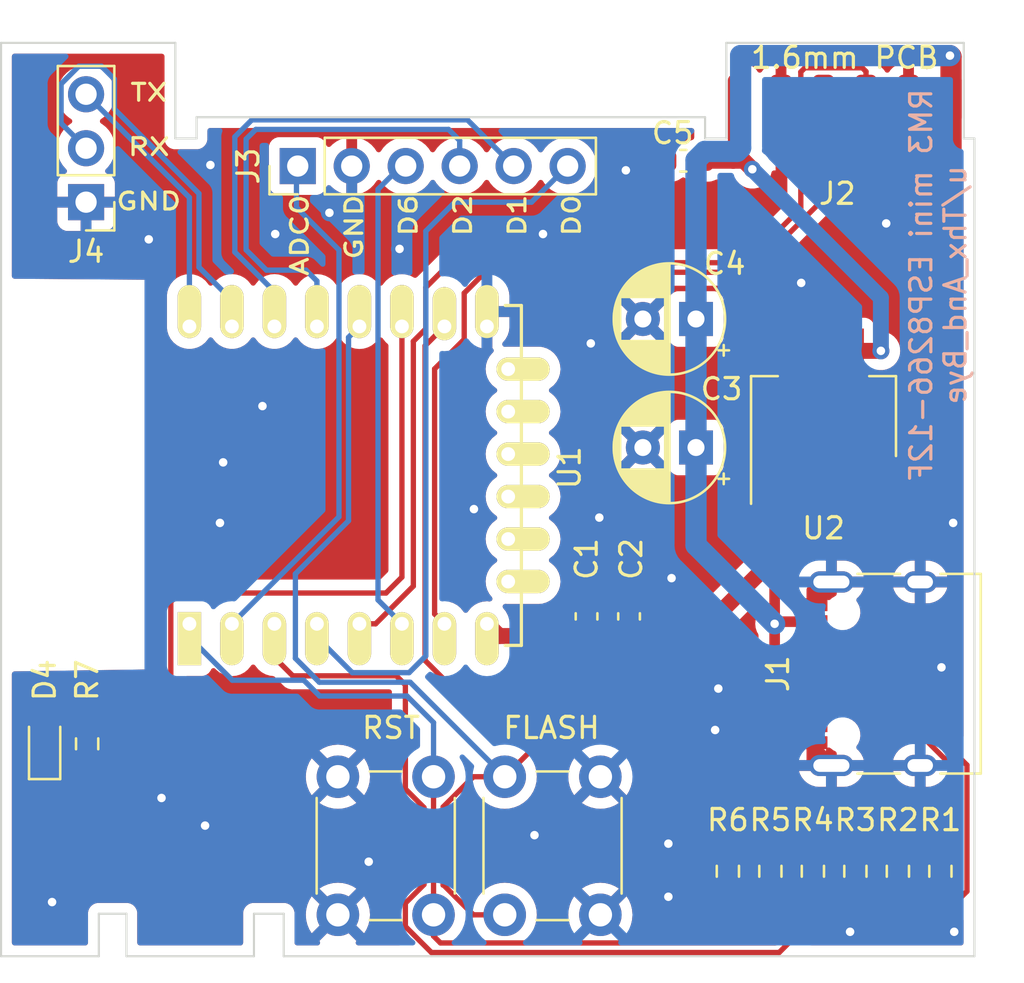
<source format=kicad_pcb>
(kicad_pcb (version 20211014) (generator pcbnew)
  (layers (0 "F.Cu" signal) (31 "B.Cu" signal) (34 "B.Paste" user) (35 "F.Paste" user) (36 "B.SilkS" user "B.Silkscreen") (37 "F.SilkS" user "F.Silkscreen") (38 "B.Mask" user) (39 "F.Mask" user) (44 "Edge.Cuts" user))
  (net 0 "")
  (net 7 "/5V")
  (net 8 "Net-(J1-PadA5)")
  (net 12 "Net-(J1-PadB5)")
  (net 16 "GND")
  (net 17 "/3.3V")
  (net 18 "/IR_IN")
  (net 19 "/IR_OUT")
  (net 20 "Net-(U1-Pad1)")
  (net 21 "Net-(U1-Pad3)")
  (net 22 "Net-(U1-Pad10)")
  (net 23 "Net-(U1-Pad12)")
  (net 24 "/ADC0")
  (net 25 "/D6")
  (net 26 "/D2")
  (net 27 "/D1")
  (net 28 "/D0")
  (net 29 "/RX")
  (net 30 "/TX")
  (net 31 "/LED")
  (net 32 "Net-(D4-Pad2)")
  (footprint "Resistor_SMD:R_0603_1608Metric_Pad0.98x0.95mm_HandSolder" (layer "F.Cu") (at 84 106 90)
    (fp_text reference "R3" (at 2.4125 0 180) (layer "F.SilkS"))
    (fp_text value "10k")
    (pad "1" smd roundrect (at -0.9125 0 90) (size 0.975 0.95) (layers "F.Cu" "F.Paste" "F.Mask") (net 20 "Net-(U1-Pad1)"))
    (pad "2" smd roundrect (at 0.9125 0 90) (size 0.975 0.95) (layers "F.Cu" "F.Paste" "F.Mask") (net 17 "/3.3V"))
  )
  (footprint "LED_SMD:LED_0603_1608Metric_Pad1.05x0.95mm_HandSolder" (layer "F.Cu") (at 45.85 100 90)
    (fp_text reference "D4" (at 3 0 90) (layer "F.SilkS"))
    (fp_text value "LED")
    (pad "1" smd roundrect (at -0.875 0 90) (size 1.05 0.95) (layers "F.Cu" "F.Paste" "F.Mask") (net 16 "GND"))
    (pad "2" smd roundrect (at 0.875 0 90) (size 1.05 0.95) (layers "F.Cu" "F.Paste" "F.Mask") (net 32 "Net-(D4-Pad2)"))
  )
  (footprint "Connector_Wire:SolderWirePad_1x01_SMD_1x2mm" (layer "F.Cu") (at 78.5 70.5)
    (fp_text reference "J2" (at 4.65 3.6) (layer "F.SilkS"))
    (fp_text value "Conn_01x06_Male")
    (pad "1" smd roundrect locked (at 10 0) (size 1 4) (layers "F.Cu" "F.Paste" "F.Mask") (net 7 "/5V"))
    (pad "2" smd roundrect (at 8 0) (size 1 4) (layers "F.Cu" "F.Paste" "F.Mask") (net 16 "GND"))
    (pad "3" smd roundrect (at 6 0) (size 1 4) (layers "F.Cu" "F.Paste" "F.Mask") (net 18 "/IR_IN"))
    (pad "4" smd roundrect (at 4 0) (size 1 4) (layers "F.Cu" "F.Paste" "F.Mask") (net 19 "/IR_OUT"))
    (pad "5" smd roundrect (at 2 0) (size 1 4) (layers "F.Cu" "F.Paste" "F.Mask") (net 16 "GND"))
    (pad "6" smd roundrect (at 0 0) (size 1 4) (layers "F.Cu" "F.Paste" "F.Mask") (net 17 "/3.3V"))
  )
  (footprint "Button_Switch_THT:SW_PUSH_6mm_H8mm" (layer "F.Cu") (at 59.65 108.05 90)
    (fp_text reference "RST" (at 8.8 2.5) (layer "F.SilkS"))
    (fp_text value "SW_Push")
    (pad "1" thru_hole circle (at 0 0 180) (size 2 2) (drill 1.1) (layers *.Cu *.Mask) (net 16 "GND"))
    (pad "1" thru_hole circle (at 6.5 0 180) (size 2 2) (drill 1.1) (layers *.Cu *.Mask) (net 16 "GND"))
    (pad "2" thru_hole circle (at 0 4.5 180) (size 2 2) (drill 1.1) (layers *.Cu *.Mask) (net 20 "Net-(U1-Pad1)"))
    (pad "2" thru_hole circle (at 6.5 4.5 180) (size 2 2) (drill 1.1) (layers *.Cu *.Mask) (net 20 "Net-(U1-Pad1)"))
  )
  (footprint "ESP8266:ESP-12E" (layer "F.Cu") (at 52.6625 94.35 90)
    (fp_text reference "U1" (at 7.35 17.8875 90) (layer "F.SilkS"))
    (fp_text value "ESP-12F" hide)
    (pad "1" thru_hole rect locked (at 0 0 90) (size 2.5 1.1) (drill 0.65 (offset -0.7 0)) (layers *.Cu *.Mask "F.SilkS") (net 20 "Net-(U1-Pad1)"))
    (pad "2" thru_hole oval locked (at 0 2 90) (size 2.5 1.1) (drill 0.65 (offset -0.7 0)) (layers *.Cu *.Mask "F.SilkS") (net 24 "/ADC0"))
    (pad "3" thru_hole oval locked (at 0 4 90) (size 2.5 1.1) (drill 0.65 (offset -0.7 0)) (layers *.Cu *.Mask "F.SilkS") (net 21 "Net-(U1-Pad3)"))
    (pad "4" thru_hole oval locked (at 0 6 90) (size 2.5 1.1) (drill 0.65 (offset -0.7 0)) (layers *.Cu *.Mask "F.SilkS") (net 28 "/D0"))
    (pad "5" thru_hole oval locked (at 0 8 90) (size 2.5 1.1) (drill 0.65 (offset -0.7 0)) (layers *.Cu *.Mask "F.SilkS") (net 18 "/IR_IN"))
    (pad "6" thru_hole oval locked (at 0 10 90) (size 2.5 1.1) (drill 0.65 (offset -0.7 0)) (layers *.Cu *.Mask "F.SilkS") (net 25 "/D6"))
    (pad "7" thru_hole oval locked (at 0 12 90) (size 2.5 1.1) (drill 0.65 (offset -0.7 0)) (layers *.Cu *.Mask "F.SilkS") (net 19 "/IR_OUT"))
    (pad "8" thru_hole oval locked (at 0 14 90) (size 2.5 1.1) (drill 0.65 (offset -0.7 0)) (layers *.Cu *.Mask "F.SilkS") (net 17 "/3.3V"))
    (pad "9" thru_hole oval (at 14 14 90) (size 2.5 1.1) (drill 0.65 (offset 0.7 0)) (layers *.Cu *.Mask "F.SilkS") (net 16 "GND"))
    (pad "10" thru_hole oval locked (at 14 12 90) (size 2.5 1.1) (drill 0.65 (offset 0.6 0)) (layers *.Cu *.Mask "F.SilkS") (net 22 "Net-(U1-Pad10)"))
    (pad "11" thru_hole oval locked (at 14 10 90) (size 2.5 1.1) (drill 0.65 (offset 0.7 0)) (layers *.Cu *.Mask "F.SilkS") (net 31 "/LED"))
    (pad "12" thru_hole oval locked (at 14 8 90) (size 2.5 1.1) (drill 0.65 (offset 0.7 0)) (layers *.Cu *.Mask "F.SilkS") (net 23 "Net-(U1-Pad12)"))
    (pad "13" thru_hole oval locked (at 14 6 90) (size 2.5 1.1) (drill 0.65 (offset 0.7 0)) (layers *.Cu *.Mask "F.SilkS") (net 26 "/D2"))
    (pad "14" thru_hole oval locked (at 14 4 90) (size 2.5 1.1) (drill 0.65 (offset 0.7 0)) (layers *.Cu *.Mask "F.SilkS") (net 27 "/D1"))
    (pad "15" thru_hole oval locked (at 14 2 90) (size 2.5 1.1) (drill 0.65 (offset 0.7 0)) (layers *.Cu *.Mask "F.SilkS") (net 29 "/RX"))
    (pad "16" thru_hole oval locked (at 14 0 90) (size 2.5 1.1) (drill 0.65 (offset 0.7 0)) (layers *.Cu *.Mask "F.SilkS") (net 30 "/TX"))
    (pad "17" thru_hole oval locked (at 1.99 15 180) (size 2.5 1.1) (drill 0.65 (offset -0.7 0)) (layers *.Cu *.Mask "F.SilkS"))
    (pad "18" thru_hole oval locked (at 3.99 15 180) (size 2.5 1.1) (drill 0.65 (offset -0.7 0)) (layers *.Cu *.Mask "F.SilkS"))
    (pad "19" thru_hole oval locked (at 5.99 15 180) (size 2.5 1.1) (drill 0.65 (offset -0.7 0)) (layers *.Cu *.Mask "F.SilkS"))
    (pad "20" thru_hole oval locked (at 7.99 15 180) (size 2.5 1.1) (drill 0.65 (offset -0.7 0)) (layers *.Cu *.Mask "F.SilkS"))
    (pad "21" thru_hole oval locked (at 9.99 15 180) (size 2.5 1.1) (drill 0.65 (offset -0.7 0)) (layers *.Cu *.Mask "F.SilkS"))
    (pad "22" thru_hole oval locked (at 11.99 15 180) (size 2.5 1.1) (drill 0.65 (offset -0.7 0)) (layers *.Cu *.Mask "F.SilkS"))
  )
  (footprint "Package_TO_SOT_SMD:SOT-223-3_TabPin2" (layer "F.Cu") (at 82.5 84.6 90)
    (fp_text reference "U2" (at -5.25 0 180) (layer "F.SilkS"))
    (fp_text value "AMS1117-3.3")
    (pad "1" smd rect (at -3.15 -2.3 90) (size 2 1.5) (layers "F.Cu" "F.Paste" "F.Mask") (net 16 "GND"))
    (pad "2" smd rect (at 3.15 0 90) (size 2 3.8) (layers "F.Cu" "F.Paste" "F.Mask") (net 17 "/3.3V"))
    (pad "2" smd rect (at -3.15 0 90) (size 2 1.5) (layers "F.Cu" "F.Paste" "F.Mask") (net 17 "/3.3V"))
    (pad "3" smd rect (at -3.15 2.3 90) (size 2 1.5) (layers "F.Cu" "F.Paste" "F.Mask") (net 7 "/5V"))
  )
  (footprint "Connector_PinHeader_2.54mm:PinHeader_1x03_P2.54mm_Vertical" (layer "F.Cu") (at 47.8 74.5 180)
    (fp_text reference "J4" (at 0 -2.33) (layer "F.SilkS"))
    (fp_text value "Conn_01x03_Male")
    (pad "1" thru_hole rect (at 0 0 180) (size 1.7 1.7) (drill 1) (layers *.Cu *.Mask) (net 16 "GND"))
    (pad "2" thru_hole oval (at 0 2.54 180) (size 1.7 1.7) (drill 1) (layers *.Cu *.Mask) (net 29 "/RX"))
    (pad "3" thru_hole oval (at 0 5.08 180) (size 1.7 1.7) (drill 1) (layers *.Cu *.Mask) (net 30 "/TX"))
  )
  (footprint "Button_Switch_THT:SW_PUSH_6mm_H8mm" (layer "F.Cu") (at 67.5 108.05 90)
    (fp_text reference "FLASH" (at 8.8 2.2) (layer "F.SilkS"))
    (fp_text value "SW_Push")
    (pad "1" thru_hole circle (at 0 0 180) (size 2 2) (drill 1.1) (layers *.Cu *.Mask) (net 23 "Net-(U1-Pad12)"))
    (pad "1" thru_hole circle (at 6.5 0 180) (size 2 2) (drill 1.1) (layers *.Cu *.Mask) (net 23 "Net-(U1-Pad12)"))
    (pad "2" thru_hole circle (at 6.5 4.5 180) (size 2 2) (drill 1.1) (layers *.Cu *.Mask) (net 16 "GND"))
    (pad "2" thru_hole circle (at 0 4.5 180) (size 2 2) (drill 1.1) (layers *.Cu *.Mask) (net 16 "GND"))
  )
  (footprint "Capacitor_THT:CP_Radial_D5.0mm_P2.50mm" (layer "F.Cu") (at 76.5 86.05 180)
    (fp_text reference "C4" (at -1.35 8.65) (layer "F.SilkS"))
    (fp_text value "47uF")
    (pad "1" thru_hole rect (at 0 0 180) (size 1.6 1.6) (drill 0.8) (layers *.Cu *.Mask) (net 7 "/5V"))
    (pad "2" thru_hole circle (at 2.5 0 180) (size 1.6 1.6) (drill 0.8) (layers *.Cu *.Mask) (net 16 "GND"))
  )
  (footprint "Resistor_SMD:R_0603_1608Metric_Pad0.98x0.95mm_HandSolder" (layer "F.Cu") (at 86 106 -90)
    (fp_text reference "R2" (at -2.4125 0 180) (layer "F.SilkS"))
    (fp_text value "5.1k")
    (pad "1" smd roundrect (at -0.9125 0 270) (size 0.975 0.95) (layers "F.Cu" "F.Paste" "F.Mask") (net 16 "GND"))
    (pad "2" smd roundrect (at 0.9125 0 270) (size 0.975 0.95) (layers "F.Cu" "F.Paste" "F.Mask") (net 12 "Net-(J1-PadB5)"))
  )
  (footprint "Capacitor_SMD:C_0603_1608Metric_Pad1.08x0.95mm_HandSolder" (layer "F.Cu") (at 71.35 94 90)
    (fp_text reference "C1" (at 2.7 0 90) (layer "F.SilkS"))
    (fp_text value "100nF")
    (pad "1" smd roundrect (at -0.8625 0 90) (size 1.075 0.95) (layers "F.Cu" "F.Paste" "F.Mask") (net 17 "/3.3V"))
    (pad "2" smd roundrect (at 0.8625 0 90) (size 1.075 0.95) (layers "F.Cu" "F.Paste" "F.Mask") (net 16 "GND"))
  )
  (footprint "Connector_PinHeader_2.54mm:PinHeader_1x06_P2.54mm_Vertical" (layer "F.Cu") (at 57.76 72.8 90)
    (fp_text reference "J3" (at 0 -2.33 90) (layer "F.SilkS"))
    (fp_text value "Conn_01x06_Male")
    (pad "1" thru_hole rect (at 0 0 90) (size 1.7 1.7) (drill 1) (layers *.Cu *.Mask) (net 24 "/ADC0"))
    (pad "2" thru_hole oval (at 0 2.54 90) (size 1.7 1.7) (drill 1) (layers *.Cu *.Mask) (net 16 "GND"))
    (pad "3" thru_hole oval (at 0 5.08 90) (size 1.7 1.7) (drill 1) (layers *.Cu *.Mask) (net 25 "/D6"))
    (pad "4" thru_hole oval (at 0 7.62 90) (size 1.7 1.7) (drill 1) (layers *.Cu *.Mask) (net 26 "/D2"))
    (pad "5" thru_hole oval (at 0 10.16 90) (size 1.7 1.7) (drill 1) (layers *.Cu *.Mask) (net 27 "/D1"))
    (pad "6" thru_hole oval (at 0 12.7 90) (size 1.7 1.7) (drill 1) (layers *.Cu *.Mask) (net 28 "/D0"))
  )
  (footprint "Resistor_SMD:R_0603_1608Metric_Pad0.98x0.95mm_HandSolder" (layer "F.Cu") (at 80 106 -90)
    (fp_text reference "R5" (at -2.4125 0) (layer "F.SilkS"))
    (fp_text value "10k")
    (pad "1" smd roundrect (at -0.9125 0 270) (size 0.975 0.95) (layers "F.Cu" "F.Paste" "F.Mask") (net 22 "Net-(U1-Pad10)"))
    (pad "2" smd roundrect (at 0.9125 0 270) (size 0.975 0.95) (layers "F.Cu" "F.Paste" "F.Mask") (net 16 "GND"))
  )
  (footprint "Connector_USB:USB_C_Receptacle_HRO_TYPE-C-31-M-12" (layer "F.Cu") (at 86 96.7 90)
    (fp_text reference "J1" (at 0 -5.645 90) (layer "F.SilkS"))
    (fp_text value "USB_C_Receptacle_USB2.0")
    (pad "" np_thru_hole circle (at 2.89 -2.6 90) (size 0.65 0.65) (drill 0.65) (layers *.Cu *.Mask))
    (pad "" np_thru_hole circle (at -2.89 -2.6 90) (size 0.65 0.65) (drill 0.65) (layers *.Cu *.Mask))
    (pad "A1" smd rect (at -3.25 -4.045 90) (size 0.6 1.45) (layers "F.Cu" "F.Paste" "F.Mask") (net 16 "GND"))
    (pad "A4" smd rect (at -2.45 -4.045 90) (size 0.6 1.45) (layers "F.Cu" "F.Paste" "F.Mask") (net 7 "/5V"))
    (pad "A5" smd rect (at -1.25 -4.045 90) (size 0.3 1.45) (layers "F.Cu" "F.Paste" "F.Mask") (net 8 "Net-(J1-PadA5)"))
    (pad "A6" smd rect (at -0.25 -4.045 90) (size 0.3 1.45) (layers "F.Cu" "F.Paste" "F.Mask"))
    (pad "A7" smd rect (at 0.25 -4.045 90) (size 0.3 1.45) (layers "F.Cu" "F.Paste" "F.Mask"))
    (pad "A8" smd rect (at 1.25 -4.045 90) (size 0.3 1.45) (layers "F.Cu" "F.Paste" "F.Mask"))
    (pad "A9" smd rect (at 2.45 -4.045 90) (size 0.6 1.45) (layers "F.Cu" "F.Paste" "F.Mask") (net 7 "/5V"))
    (pad "A12" smd rect (at 3.25 -4.045 90) (size 0.6 1.45) (layers "F.Cu" "F.Paste" "F.Mask") (net 16 "GND"))
    (pad "B1" smd rect (at 3.25 -4.045 90) (size 0.6 1.45) (layers "F.Cu" "F.Paste" "F.Mask") (net 16 "GND"))
    (pad "B4" smd rect (at 2.45 -4.045 90) (size 0.6 1.45) (layers "F.Cu" "F.Paste" "F.Mask") (net 7 "/5V"))
    (pad "B5" smd rect (at 1.75 -4.045 90) (size 0.3 1.45) (layers "F.Cu" "F.Paste" "F.Mask") (net 12 "Net-(J1-PadB5)"))
    (pad "B6" smd rect (at 0.75 -4.045 90) (size 0.3 1.45) (layers "F.Cu" "F.Paste" "F.Mask"))
    (pad "B7" smd rect (at -0.75 -4.045 90) (size 0.3 1.45) (layers "F.Cu" "F.Paste" "F.Mask"))
    (pad "B8" smd rect (at -1.75 -4.045 90) (size 0.3 1.45) (layers "F.Cu" "F.Paste" "F.Mask"))
    (pad "B9" smd rect (at -2.45 -4.045 90) (size 0.6 1.45) (layers "F.Cu" "F.Paste" "F.Mask") (net 7 "/5V"))
    (pad "B12" smd rect (at -3.25 -4.045 90) (size 0.6 1.45) (layers "F.Cu" "F.Paste" "F.Mask") (net 16 "GND"))
    (pad "S1" thru_hole oval (at 4.32 1.05 90) (size 1 1.6) (drill oval 0.6 1.2) (layers *.Cu *.Mask) (net 16 "GND"))
    (pad "S1" thru_hole oval (at 4.32 -3.13 90) (size 1 2.1) (drill oval 0.6 1.7) (layers *.Cu *.Mask) (net 16 "GND"))
    (pad "S1" thru_hole oval (at -4.32 1.05 90) (size 1 1.6) (drill oval 0.6 1.2) (layers *.Cu *.Mask) (net 16 "GND"))
    (pad "S1" thru_hole oval (at -4.32 -3.13 90) (size 1 2.1) (drill oval 0.6 1.7) (layers *.Cu *.Mask) (net 16 "GND"))
  )
  (footprint "Capacitor_SMD:C_0603_1608Metric_Pad1.08x0.95mm_HandSolder" (layer "F.Cu") (at 75.9 72.55 180)
    (fp_text reference "C5" (at 0.5 1.3) (layer "F.SilkS"))
    (fp_text value "10uF")
    (pad "1" smd roundrect (at -0.8625 0 180) (size 1.075 0.95) (layers "F.Cu" "F.Paste" "F.Mask") (net 17 "/3.3V"))
    (pad "2" smd roundrect (at 0.8625 0 180) (size 1.075 0.95) (layers "F.Cu" "F.Paste" "F.Mask") (net 16 "GND"))
  )
  (footprint "Resistor_SMD:R_0603_1608Metric_Pad0.98x0.95mm_HandSolder" (layer "F.Cu") (at 82 106 90)
    (fp_text reference "R4" (at 2.4125 0 180) (layer "F.SilkS"))
    (fp_text value "10k")
    (pad "1" smd roundrect (at -0.9125 0 90) (size 0.975 0.95) (layers "F.Cu" "F.Paste" "F.Mask") (net 21 "Net-(U1-Pad3)"))
    (pad "2" smd roundrect (at 0.9125 0 90) (size 0.975 0.95) (layers "F.Cu" "F.Paste" "F.Mask") (net 17 "/3.3V"))
  )
  (footprint "Resistor_SMD:R_0603_1608Metric_Pad0.98x0.95mm_HandSolder" (layer "F.Cu") (at 88 106 -90)
    (fp_text reference "R1" (at -2.4125 0 180) (layer "F.SilkS"))
    (fp_text value "5.1k")
    (pad "1" smd roundrect (at -0.9125 0 270) (size 0.975 0.95) (layers "F.Cu" "F.Paste" "F.Mask") (net 16 "GND"))
    (pad "2" smd roundrect (at 0.9125 0 270) (size 0.975 0.95) (layers "F.Cu" "F.Paste" "F.Mask") (net 8 "Net-(J1-PadA5)"))
  )
  (footprint "Resistor_SMD:R_0603_1608Metric_Pad0.98x0.95mm_HandSolder" (layer "F.Cu") (at 47.85 100 -90)
    (fp_text reference "R7" (at -3 0 90) (layer "F.SilkS"))
    (fp_text value "470")
    (pad "1" smd roundrect (at -0.9125 0 270) (size 0.975 0.95) (layers "F.Cu" "F.Paste" "F.Mask") (net 32 "Net-(D4-Pad2)"))
    (pad "2" smd roundrect (at 0.9125 0 270) (size 0.975 0.95) (layers "F.Cu" "F.Paste" "F.Mask") (net 31 "/LED"))
  )
  (footprint "Capacitor_SMD:C_0603_1608Metric_Pad1.08x0.95mm_HandSolder" (layer "F.Cu") (at 73.35 94 90)
    (fp_text reference "C2" (at 2.7 0.1 90) (layer "F.SilkS"))
    (fp_text value "100nF")
    (pad "1" smd roundrect (at -0.8625 0 90) (size 1.075 0.95) (layers "F.Cu" "F.Paste" "F.Mask") (net 17 "/3.3V"))
    (pad "2" smd roundrect (at 0.8625 0 90) (size 1.075 0.95) (layers "F.Cu" "F.Paste" "F.Mask") (net 16 "GND"))
  )
  (footprint "Capacitor_THT:CP_Radial_D5.0mm_P2.50mm" (layer "F.Cu") (at 76.5 80 180)
    (fp_text reference "C3" (at -1.2 -3.3) (layer "F.SilkS"))
    (fp_text value "47uF")
    (pad "1" thru_hole rect (at 0 0 180) (size 1.6 1.6) (drill 0.8) (layers *.Cu *.Mask) (net 7 "/5V"))
    (pad "2" thru_hole circle (at 2.5 0 180) (size 1.6 1.6) (drill 0.8) (layers *.Cu *.Mask) (net 16 "GND"))
  )
  (footprint "Resistor_SMD:R_0603_1608Metric_Pad0.98x0.95mm_HandSolder" (layer "F.Cu") (at 78 106 -90)
    (fp_text reference "R6" (at -2.4125 0 180) (layer "F.SilkS"))
    (fp_text value "10k")
    (pad "1" smd roundrect (at -0.9125 0 270) (size 0.975 0.95) (layers "F.Cu" "F.Paste" "F.Mask") (net 17 "/3.3V"))
    (pad "2" smd roundrect (at 0.9125 0 270) (size 0.975 0.95) (layers "F.Cu" "F.Paste" "F.Mask") (net 23 "Net-(U1-Pad12)"))
  )
  (gr_line (start 55.7 108) (end 57.1 108) (layer "Edge.Cuts") (width 0.1))
  (gr_line (start 49.7 110) (end 55.7 110) (layer "Edge.Cuts") (width 0.1))
  (gr_line (start 48.4 108) (end 49.7 108) (layer "Edge.Cuts") (width 0.1))
  (gr_line (start 77.9272 67) (end 77.9272 71.5) (layer "Edge.Cuts") (width 0.1))
  (gr_line (start 57.1 110) (end 89.6 110) (layer "Edge.Cuts") (width 0.1))
  (gr_line (start 53 70.5) (end 53 71.5) (layer "Edge.Cuts") (width 0.1))
  (gr_line (start 49.7 108) (end 49.7 110) (layer "Edge.Cuts") (width 0.1))
  (gr_line (start 77.9272 71.5) (end 76.9272 71.5) (layer "Edge.Cuts") (width 0.1))
  (gr_line (start 89.1 67) (end 77.9272 67) (layer "Edge.Cuts") (width 0.1))
  (gr_line (start 48.4 110) (end 48.4 108) (layer "Edge.Cuts") (width 0.1))
  (gr_line (start 76.9272 71.5) (end 76.9272 70.5) (layer "Edge.Cuts") (width 0.1))
  (gr_line (start 57.1 108) (end 57.1 110) (layer "Edge.Cuts") (width 0.1))
  (gr_line (start 52 67) (end 43.8 67) (layer "Edge.Cuts") (width 0.1))
  (gr_line (start 43.8 110) (end 48.4 110) (layer "Edge.Cuts") (width 0.1))
  (gr_line (start 53 71.5) (end 52 71.5) (layer "Edge.Cuts") (width 0.1))
  (gr_line (start 89.6 110) (end 89.6 71.5) (layer "Edge.Cuts") (width 0.1))
  (gr_line (start 76.9272 70.5) (end 53 70.5) (layer "Edge.Cuts") (width 0.1))
  (gr_line (start 89.1 71.5) (end 89.1 67) (layer "Edge.Cuts") (width 0.1))
  (gr_line (start 55.7 110) (end 55.7 108) (layer "Edge.Cuts") (width 0.1))
  (gr_line (start 89.6 71.5) (end 89.1 71.5) (layer "Edge.Cuts") (width 0.1))
  (gr_line (start 43.8 67) (end 43.8 110) (layer "Edge.Cuts") (width 0.1))
  (gr_line (start 52 71.5) (end 52 67) (layer "Edge.Cuts") (width 0.1))
  (gr_text "RM3 mini ESP8266-12F\nu/Thx_And_Bye" (at 87.9 78.4 90) (layer "B.SilkS") (effects (font (size 1 1)) (justify mirror)))
  (gr_text "TX\n\nRX\n\nGND\n" (at 50.75 71.9) (layer "F.SilkS") (effects (font (size 0.795 1))))
  (gr_text "ADC0\n\nGND\n\nD6\n\nD2\n\nD1\n\nD0\n" (at 64.25 74.05 90) (layer "F.SilkS") (effects (font (size 0.795 1)) (justify right)))
  (gr_text "1.6mm PCB" (at 83.5 67.7) (layer "F.SilkS") (effects (font (size 1 1))))
  (segment (start 80.2 92.416726) (end 80.2 94.35) (width 0.5) (layer "F.Cu") (net 7))
  (segment (start 84.65 90.25) (end 82.366726 90.25) (width 0.5) (layer "F.Cu") (net 7))
  (segment (start 88.5 70.5) (end 88.5 67.65) (width 1) (layer "F.Cu") (net 7))
  (segment (start 84.8 87.75) (end 84.8 90.1) (width 0.5) (layer "F.Cu") (net 7))
  (segment (start 80.2 98.47) (end 80.88 99.15) (width 0.5) (layer "F.Cu") (net 7))
  (segment (start 88.5 67.65) (end 88.45 67.6) (width 1) (layer "F.Cu") (net 7))
  (segment (start 80.88 99.15) (end 81.955 99.15) (width 0.5) (layer "F.Cu") (net 7))
  (segment (start 80.2 94.35) (end 80.2 98.47) (width 0.5) (layer "F.Cu") (net 7))
  (segment (start 82.366726 90.25) (end 80.2 92.416726) (width 0.5) (layer "F.Cu") (net 7))
  (segment (start 80.2 94.35) (end 80.3 94.25) (width 0.5) (layer "F.Cu") (net 7))
  (segment (start 80.3 94.25) (end 81.955 94.25) (width 0.5) (layer "F.Cu") (net 7))
  (segment (start 84.8 90.1) (end 84.65 90.25) (width 0.5) (layer "F.Cu") (net 7))
  (via (at 80.2 94.35) (size 0.8) (drill 0.4) (layers "F.Cu" "B.Cu") (net 7))
  (via (at 88.45 67.6) (size 0.8) (drill 0.4) (layers "F.Cu" "B.Cu") (net 7))
  (segment (start 78.6 67.6) (end 78.6 71.944365) (width 1) (layer "B.Cu") (net 7))
  (segment (start 76.5 72.5218) (end 76.5 80) (width 1) (layer "B.Cu") (net 7))
  (segment (start 78.433765 72.1106) (end 76.9112 72.1106) (width 1) (layer "B.Cu") (net 7))
  (segment (start 88.45 67.6) (end 78.6 67.6) (width 1) (layer "B.Cu") (net 7))
  (segment (start 76.5 80) (end 76.5 86.05) (width 1) (layer "B.Cu") (net 7))
  (segment (start 76.5 86.05) (end 76.5 90.65) (width 1) (layer "B.Cu") (net 7))
  (segment (start 76.5 90.65) (end 80.2 94.35) (width 1) (layer "B.Cu") (net 7))
  (segment (start 76.9112 72.1106) (end 76.5 72.5218) (width 1) (layer "B.Cu") (net 7))
  (segment (start 78.6 71.944365) (end 78.433765 72.1106) (width 1) (layer "B.Cu") (net 7))
  (segment (start 88.8 106.1125) (end 88.8 101.303274) (width 0.25) (layer "F.Cu") (net 8))
  (segment (start 85.446726 97.95) (end 81.955 97.95) (width 0.25) (layer "F.Cu") (net 8))
  (segment (start 88 106.9125) (end 88.8 106.1125) (width 0.25) (layer "F.Cu") (net 8))
  (segment (start 88.8 101.303274) (end 85.446726 97.95) (width 0.25) (layer "F.Cu") (net 8))
  (segment (start 89.25 106.945495) (end 89.25 101) (width 0.25) (layer "F.Cu") (net 12))
  (segment (start 86.8125 107.725) (end 88.470495 107.725) (width 0.25) (layer "F.Cu") (net 12))
  (segment (start 85.75 97.5) (end 83.75 97.5) (width 0.25) (layer "F.Cu") (net 12))
  (segment (start 86 106.9125) (end 86.8125 107.725) (width 0.25) (layer "F.Cu") (net 12))
  (segment (start 83.75 97.5) (end 83.005 96.755) (width 0.25) (layer "F.Cu") (net 12))
  (segment (start 88.470495 107.725) (end 89.25 106.945495) (width 0.25) (layer "F.Cu") (net 12))
  (segment (start 82.95 94.95) (end 81.955 94.95) (width 0.25) (layer "F.Cu") (net 12))
  (segment (start 83.005 95.005) (end 82.95 94.95) (width 0.25) (layer "F.Cu") (net 12))
  (segment (start 83.005 96.755) (end 83.005 95.005) (width 0.25) (layer "F.Cu") (net 12))
  (segment (start 89.25 101) (end 85.75 97.5) (width 0.25) (layer "F.Cu") (net 12))
  (segment (start 82.87 92.535) (end 81.955 93.45) (width 0.6) (layer "F.Cu") (net 16))
  (segment (start 82.87 92.38) (end 82.87 92.535) (width 0.6) (layer "F.Cu") (net 16))
  (segment (start 81.955 99.95) (end 81.955 100.105) (width 0.6) (layer "F.Cu") (net 16))
  (segment (start 81.955 100.105) (end 82.87 101.02) (width 0.6) (layer "F.Cu") (net 16))
  (via (at 56.1 84.1) (size 0.8) (drill 0.4) (layers "F.Cu" "B.Cu") (net 16))
  (via (at 54.25 86.75) (size 0.8) (drill 0.4) (layers "F.Cu" "B.Cu") (net 16))
  (via (at 61.1 105.55) (size 0.8) (drill 0.4) (layers "F.Cu" "B.Cu") (net 16))
  (via (at 81.45 78.3) (size 0.8) (drill 0.4) (layers "F.Cu" "B.Cu") (net 16))
  (via (at 50.75 76.25) (size 0.8) (drill 0.4) (layers "F.Cu" "B.Cu") (net 16))
  (via (at 75.35 92.2) (size 0.8) (drill 0.4) (layers "F.Cu" "B.Cu") (net 16))
  (via (at 59.25 75) (size 0.8) (drill 0.4) (layers "F.Cu" "B.Cu") (net 16))
  (via (at 66.05 88.95) (size 0.8) (drill 0.4) (layers "F.Cu" "B.Cu") (net 16))
  (via (at 69.3 76) (size 0.8) (drill 0.4) (layers "F.Cu" "B.Cu") (net 16))
  (via (at 53.65 72.75) (size 0.8) (drill 0.4) (layers "F.Cu" "B.Cu") (net 16))
  (via (at 77.55 97.4) (size 0.8) (drill 0.4) (layers "F.Cu" "B.Cu") (net 16))
  (via (at 83.75 108.85) (size 0.8) (drill 0.4) (layers "F.Cu" "B.Cu") (net 16))
  (via (at 56.7 76) (size 0.8) (drill 0.4) (layers "F.Cu" "B.Cu") (net 16))
  (via (at 75.2 104.7) (size 0.8) (drill 0.4) (layers "F.Cu" "B.Cu") (net 16))
  (via (at 77.4 99.35) (size 0.8) (drill 0.4) (layers "F.Cu" "B.Cu") (net 16))
  (via (at 51.35 102.55) (size 0.8) (drill 0.4) (layers "F.Cu" "B.Cu") (net 16))
  (via (at 46.2 107.45) (size 0.8) (drill 0.4) (layers "F.Cu" "B.Cu") (net 16))
  (via (at 62.55 76.7) (size 0.8) (drill 0.4) (layers "F.Cu" "B.Cu") (net 16))
  (via (at 71.95 89.35) (size 0.8) (drill 0.4) (layers "F.Cu" "B.Cu") (net 16))
  (via (at 73.2 73) (size 0.8) (drill 0.4) (layers "F.Cu" "B.Cu") (net 16))
  (via (at 75.2 107.2) (size 0.8) (drill 0.4) (layers "F.Cu" "B.Cu") (net 16))
  (via (at 53.4 103.85) (size 0.8) (drill 0.4) (layers "F.Cu" "B.Cu") (net 16))
  (via (at 88.65 108.85) (size 0.8) (drill 0.4) (layers "F.Cu" "B.Cu") (net 16))
  (via (at 85.45 75.5) (size 0.8) (drill 0.4) (layers "F.Cu" "B.Cu") (net 16))
  (via (at 54.1 89.6) (size 0.8) (drill 0.4) (layers "F.Cu" "B.Cu") (net 16))
  (via (at 88.6 89.6) (size 0.8) (drill 0.4) (layers "F.Cu" "B.Cu") (net 16))
  (via (at 68.9 104.3) (size 0.8) (drill 0.4) (layers "F.Cu" "B.Cu") (net 16))
  (via (at 88.05 96.4) (size 0.8) (drill 0.4) (layers "F.Cu" "B.Cu") (net 16))
  (via (at 71.55 81.15) (size 0.8) (drill 0.4) (layers "F.Cu" "B.Cu") (net 16))
  (segment (start 76.525 94.925) (end 70 94.925) (width 0.75) (layer "F.Cu") (net 17))
  (segment (start 78.5 72.3) (end 78.5 70.5) (width 0.75) (layer "F.Cu") (net 17))
  (segment (start 67.2375 94.925) (end 66.6625 94.35) (width 0.75) (layer "F.Cu") (net 17))
  (segment (start 84 105.0875) (end 82 105.0875) (width 0.25) (layer "F.Cu") (net 17))
  (segment (start 78.25 72.55) (end 78.5 72.3) (width 0.75) (layer "F.Cu") (net 17))
  (segment (start 82 105.0875) (end 82 103.7) (width 0.25) (layer "F.Cu") (net 17))
  (segment (start 79.546554 105.946554) (end 78.6875 105.0875) (width 0.25) (layer "F.Cu") (net 17))
  (segment (start 73.35 99.3) (end 73.35 95.2125) (width 0.25) (layer "F.Cu") (net 17))
  (segment (start 80.6 102.3) (end 76.35 102.3) (width 0.25) (layer "F.Cu") (net 17))
  (segment (start 82.55 81.5) (end 82.5 81.45) (width 0.75) (layer "F.Cu") (net 17))
  (segment (start 85.2 81.5) (end 82.55 81.5) (width 0.75) (layer "F.Cu") (net 17))
  (segment (start 82.5 88.95) (end 76.525 94.925) (width 0.75) (layer "F.Cu") (net 17))
  (segment (start 78.6875 105.0875) (end 78 105.0875) (width 0.25) (layer "F.Cu") (net 17))
  (segment (start 82 105.0875) (end 81.282995 105.0875) (width 0.25) (layer "F.Cu") (net 17))
  (segment (start 80.423941 105.946554) (end 79.546554 105.946554) (width 0.25) (layer "F.Cu") (net 17))
  (segment (start 76.35 102.3) (end 73.35 99.3) (width 0.25) (layer "F.Cu") (net 17))
  (segment (start 82.5 87.75) (end 82.5 88.95) (width 0.75) (layer "F.Cu") (net 17))
  (segment (start 81.282995 105.0875) (end 80.423941 105.946554) (width 0.25) (layer "F.Cu") (net 17))
  (segment (start 78.75 72.55) (end 78.25 72.55) (width 0.75) (layer "F.Cu") (net 17))
  (segment (start 70 94.925) (end 67.2375 94.925) (width 0.75) (layer "F.Cu") (net 17))
  (segment (start 82 103.7) (end 80.6 102.3) (width 0.25) (layer "F.Cu") (net 17))
  (segment (start 73.35 95.2125) (end 73 94.8625) (width 0.25) (layer "F.Cu") (net 17))
  (segment (start 76.7625 72.55) (end 78.25 72.55) (width 0.75) (layer "F.Cu") (net 17))
  (segment (start 79.15 72.95) (end 78.75 72.55) (width 0.75) (layer "F.Cu") (net 17))
  (segment (start 82.5 87.75) (end 82.5 81.45) (width 0.75) (layer "F.Cu") (net 17))
  (via (at 79.15 72.95) (size 0.8) (drill 0.4) (layers "F.Cu" "B.Cu") (net 17))
  (via (at 85.2 81.5) (size 0.8) (drill 0.4) (layers "F.Cu" "B.Cu") (net 17))
  (segment (start 82.5 76.3) (end 79.15 72.95) (width 0.75) (layer "B.Cu") (net 17))
  (segment (start 82.5 76.3) (end 85.2 79) (width 0.75) (layer "B.Cu") (net 17))
  (segment (start 85.2 79) (end 85.2 81.5) (width 0.75) (layer "B.Cu") (net 17))
  (segment (start 64.95 77.35) (end 78.863604 77.35) (width 0.25) (layer "F.Cu") (net 18))
  (segment (start 78.863604 77.35) (end 81.431802 74.781802) (width 0.25) (layer "F.Cu") (net 18))
  (segment (start 81.625 68.175) (end 81.431802 68.368198) (width 0.25) (layer "F.Cu") (net 18))
  (segment (start 63.7875 80.462437) (end 63.7875 78.5125) (width 0.25) (layer "F.Cu") (net 18))
  (segment (start 84.5 68.35) (end 84.325 68.175) (width 0.25) (layer "F.Cu") (net 18))
  (segment (start 63.2 81.049937) (end 63.7875 80.462437) (width 0.25) (layer "F.Cu") (net 18))
  (segment (start 60.6625 94.35) (end 61.425063 94.35) (width 0.25) (layer "F.Cu") (net 18))
  (segment (start 61.425063 94.35) (end 63.2 92.575063) (width 0.25) (layer "F.Cu") (net 18))
  (segment (start 63.2 92.575063) (end 63.2 81.049937) (width 0.25) (layer "F.Cu") (net 18))
  (segment (start 84.325 68.175) (end 81.625 68.175) (width 0.25) (layer "F.Cu") (net 18))
  (segment (start 63.7875 78.5125) (end 64.95 77.35) (width 0.25) (layer "F.Cu") (net 18))
  (segment (start 84.5 70.5) (end 84.5 68.35) (width 0.25) (layer "F.Cu") (net 18))
  (segment (start 81.431802 68.368198) (end 81.431802 74.781802) (width 0.25) (layer "F.Cu") (net 18))
  (segment (start 84.5 72.1) (end 84.5 70.5) (width 0.25) (layer "F.Cu") (net 18))
  (segment (start 64.6625 94.35) (end 64.2 93.8875) (width 0.25) (layer "F.Cu") (net 19))
  (segment (start 79.05 77.8) (end 82.5 74.35) (width 0.25) (layer "F.Cu") (net 19))
  (segment (start 64.2 93.8875) (end 64.2 82.35) (width 0.25) (layer "F.Cu") (net 19))
  (segment (start 64.2 82.35) (end 65.593198 80.956802) (width 0.25) (layer "F.Cu") (net 19))
  (segment (start 65.593198 80.956802) (end 65.593198 78.781865) (width 0.25) (layer "F.Cu") (net 19))
  (segment (start 66.575063 77.8) (end 79.05 77.8) (width 0.25) (layer "F.Cu") (net 19))
  (segment (start 82.5 74.35) (end 82.5 70.5) (width 0.25) (layer "F.Cu") (net 19))
  (segment (start 65.593198 78.781865) (end 66.575063 77.8) (width 0.25) (layer "F.Cu") (net 19))
  (segment (start 80.9 106.65) (end 80.9 108.7) (width 0.25) (layer "F.Cu") (net 20))
  (segment (start 83.1875 106.1) (end 81.45 106.1) (width 0.25) (layer "F.Cu") (net 20))
  (segment (start 80.9 108.7) (end 80.225 109.375) (width 0.25) (layer "F.Cu") (net 20))
  (segment (start 64.15 109.05) (end 64.15 108.05) (width 0.25) (layer "F.Cu") (net 20))
  (segment (start 84 106.9125) (end 83.1875 106.1) (width 0.25) (layer "F.Cu") (net 20))
  (segment (start 81.45 106.1) (end 80.9 106.65) (width 0.25) (layer "F.Cu") (net 20))
  (segment (start 80.225 109.375) (end 64.475 109.375) (width 0.25) (layer "F.Cu") (net 20))
  (segment (start 64.15 108.05) (end 64.15 101.55) (width 0.25) (layer "F.Cu") (net 20))
  (segment (start 64.475 109.375) (end 64.15 109.05) (width 0.25) (layer "F.Cu") (net 20))
  (segment (start 58.788667 97.75) (end 58.044333 97.005666) (width 0.25) (layer "B.Cu") (net 20))
  (segment (start 62.9 97.75) (end 58.788667 97.75) (width 0.25) (layer "B.Cu") (net 20))
  (segment (start 52.6625 94.987437) (end 52.6625 94.35) (width 0.25) (layer "B.Cu") (net 20))
  (segment (start 54.680729 97.005666) (end 52.6625 94.987437) (width 0.25) (layer "B.Cu") (net 20))
  (segment (start 64.15 101.55) (end 64.15 99) (width 0.25) (layer "B.Cu") (net 20))
  (segment (start 58.044333 97.005666) (end 54.680729 97.005666) (width 0.25) (layer "B.Cu") (net 20))
  (segment (start 64.15 99) (end 62.9 97.75) (width 0.25) (layer "B.Cu") (net 20))
  (segment (start 62.4 96.8) (end 62.825 97.225) (width 0.25) (layer "F.Cu") (net 21))
  (segment (start 63.7 103) (end 63.7 106.626167) (width 0.25) (layer "F.Cu") (net 21))
  (segment (start 56.6625 94.35) (end 56.6625 95.936333) (width 0.25) (layer "F.Cu") (net 21))
  (segment (start 63.7 106.626167) (end 62.825 107.501167) (width 0.25) (layer "F.Cu") (net 21))
  (segment (start 81.35 108.886396) (end 81.35 107.15) (width 0.25) (layer "F.Cu") (net 21))
  (segment (start 80.411396 109.825) (end 81.35 108.886396) (width 0.25) (layer "F.Cu") (net 21))
  (segment (start 81.35 107.15) (end 81.5875 106.9125) (width 0.25) (layer "F.Cu") (net 21))
  (segment (start 62.825 102.125) (end 63.7 103) (width 0.25) (layer "F.Cu") (net 21))
  (segment (start 57.526167 96.8) (end 62.4 96.8) (width 0.25) (layer "F.Cu") (net 21))
  (segment (start 56.6625 95.936333) (end 57.526167 96.8) (width 0.25) (layer "F.Cu") (net 21))
  (segment (start 62.825 108.598833) (end 64.051167 109.825) (width 0.25) (layer "F.Cu") (net 21))
  (segment (start 62.825 97.225) (end 62.825 102.125) (width 0.25) (layer "F.Cu") (net 21))
  (segment (start 62.825 107.501167) (end 62.825 108.598833) (width 0.25) (layer "F.Cu") (net 21))
  (segment (start 64.051167 109.825) (end 80.411396 109.825) (width 0.25) (layer "F.Cu") (net 21))
  (segment (start 81.5875 106.9125) (end 82 106.9125) (width 0.25) (layer "F.Cu") (net 21))
  (segment (start 72.9 99.486396) (end 72.9 98.2) (width 0.25) (layer "F.Cu") (net 22))
  (segment (start 72.9 98.2) (end 72.4 97.7) (width 0.25) (layer "F.Cu") (net 22))
  (segment (start 80 105.0875) (end 80 103.25) (width 0.25) (layer "F.Cu") (net 22))
  (segment (start 72.4 97.7) (end 65.375063 97.7) (width 0.25) (layer "F.Cu") (net 22))
  (segment (start 76.163604 102.75) (end 72.9 99.486396) (width 0.25) (layer "F.Cu") (net 22))
  (segment (start 65.375063 97.7) (end 63.75 96.074937) (width 0.25) (layer "F.Cu") (net 22))
  (segment (start 79.5 102.75) (end 76.163604 102.75) (width 0.25) (layer "F.Cu") (net 22))
  (segment (start 80 103.25) (end 79.5 102.75) (width 0.25) (layer "F.Cu") (net 22))
  (segment (start 63.75 81.2625) (end 64.6625 80.35) (width 0.25) (layer "F.Cu") (net 22))
  (segment (start 63.75 96.074937) (end 63.75 81.2625) (width 0.25) (layer "F.Cu") (net 22))
  (segment (start 64.6 102.973833) (end 64.6 106.65) (width 0.25) (layer "F.Cu") (net 23))
  (segment (start 66.023833 101.55) (end 64.6 102.973833) (width 0.25) (layer "F.Cu") (net 23))
  (segment (start 64.6 106.65) (end 64.623833 106.65) (width 0.25) (layer "F.Cu") (net 23))
  (segment (start 67.5 101.55) (end 69.313604 99.736396) (width 0.25) (layer "F.Cu") (net 23))
  (segment (start 66.023833 108.05) (end 67.5 108.05) (width 0.25) (layer "F.Cu") (net 23))
  (segment (start 64.623833 106.65) (end 66.023833 108.05) (width 0.25) (layer "F.Cu") (net 23))
  (segment (start 72.513604 99.736396) (end 77 104.222792) (width 0.25) (layer "F.Cu") (net 23))
  (segment (start 69.313604 99.736396) (end 72.513604 99.736396) (width 0.25) (layer "F.Cu") (net 23))
  (segment (start 77 104.222792) (end 77 106) (width 0.25) (layer "F.Cu") (net 23))
  (segment (start 77.9125 106.9125) (end 78 106.9125) (width 0.25) (layer "F.Cu") (net 23))
  (segment (start 67.5 101.55) (end 66.023833 101.55) (width 0.25) (layer "F.Cu") (net 23))
  (segment (start 77 106) (end 77.9125 106.9125) (width 0.25) (layer "F.Cu") (net 23))
  (segment (start 57.65 95.974937) (end 57.65 91.998896) (width 0.25) (layer "B.Cu") (net 23))
  (segment (start 63.05 97.1) (end 58.775063 97.1) (width 0.25) (layer "B.Cu") (net 23))
  (segment (start 67.5 101.55) (end 63.05 97.1) (width 0.25) (layer "B.Cu") (net 23))
  (segment (start 60.15 80.8625) (end 60.6625 80.35) (width 0.25) (layer "B.Cu") (net 23))
  (segment (start 60.15 89.498896) (end 60.15 80.8625) (width 0.25) (layer "B.Cu") (net 23))
  (segment (start 58.775063 97.1) (end 57.65 95.974937) (width 0.25) (layer "B.Cu") (net 23))
  (segment (start 57.65 91.998896) (end 60.15 89.498896) (width 0.25) (layer "B.Cu") (net 23))
  (segment (start 57.7 72.65) (end 57.7 74.75) (width 0.25) (layer "B.Cu") (net 24))
  (segment (start 59.7 89.3125) (end 54.6625 94.35) (width 0.25) (layer "B.Cu") (net 24))
  (segment (start 57.7 74.75) (end 59.7 76.75) (width 0.25) (layer "B.Cu") (net 24))
  (segment (start 59.7 76.75) (end 59.7 89.3125) (width 0.25) (layer "B.Cu") (net 24))
  (segment (start 61.5375 73.8925) (end 61.5375 93.225) (width 0.25) (layer "B.Cu") (net 25))
  (segment (start 61.5375 93.225) (end 62.6625 94.35) (width 0.25) (layer "B.Cu") (net 25))
  (segment (start 62.78 72.65) (end 61.5375 73.8925) (width 0.25) (layer "B.Cu") (net 25))
  (segment (start 65.38 72.8) (end 65.38 71.597919) (width 0.25) (layer "B.Cu") (net 26))
  (segment (start 56.286396 77.7) (end 58.15 77.7) (width 0.25) (layer "B.Cu") (net 26))
  (segment (start 58.15 77.7) (end 58.6625 78.2125) (width 0.25) (layer "B.Cu") (net 26))
  (segment (start 55.786396 71.075) (end 55.330698 71.530698) (width 0.25) (layer "B.Cu") (net 26))
  (segment (start 55.330698 76.744302) (end 56.286396 77.7) (width 0.25) (layer "B.Cu") (net 26))
  (segment (start 65.38 71.597919) (end 64.857081 71.075) (width 0.25) (layer "B.Cu") (net 26))
  (segment (start 64.857081 71.075) (end 55.786396 71.075) (width 0.25) (layer "B.Cu") (net 26))
  (segment (start 55.330698 71.530698) (end 55.330698 76.744302) (width 0.25) (layer "B.Cu") (net 26))
  (segment (start 58.6625 78.2125) (end 58.6625 80.35) (width 0.25) (layer "B.Cu") (net 26))
  (segment (start 56.6625 78.7125) (end 56.6625 80.35) (width 0.25) (layer "B.Cu") (net 27))
  (segment (start 55.6 70.625) (end 54.8 71.425) (width 0.25) (layer "B.Cu") (net 27))
  (segment (start 67.92 72.8) (end 65.745 70.625) (width 0.25) (layer "B.Cu") (net 27))
  (segment (start 54.8 76.85) (end 56.6625 78.7125) (width 0.25) (layer "B.Cu") (net 27))
  (segment (start 54.8 71.425) (end 54.8 76.85) (width 0.25) (layer "B.Cu") (net 27))
  (segment (start 65.745 70.625) (end 55.6 70.625) (width 0.25) (layer "B.Cu") (net 27))
  (segment (start 58.6625 94.35) (end 58.6625 94.987437) (width 0.25) (layer "B.Cu") (net 28))
  (segment (start 63.7875 75.8625) (end 65.15 74.5) (width 0.25) (layer "B.Cu") (net 28))
  (segment (start 68.76 74.5) (end 65.15 74.5) (width 0.25) (layer "B.Cu") (net 28))
  (segment (start 58.6625 94.987437) (end 60.325063 96.65) (width 0.25) (layer "B.Cu") (net 28))
  (segment (start 70.46 72.8) (end 68.76 74.5) (width 0.25) (layer "B.Cu") (net 28))
  (segment (start 63.7875 95.8625) (end 63.7875 75.8625) (width 0.25) (layer "B.Cu") (net 28))
  (segment (start 60.325063 96.65) (end 63 96.65) (width 0.25) (layer "B.Cu") (net 28))
  (segment (start 63 96.65) (end 63.7875 95.8625) (width 0.25) (layer "B.Cu") (net 28))
  (segment (start 47.458299 68.1) (end 48.525 68.1) (width 0.25) (layer "B.Cu") (net 29))
  (segment (start 46.625 70.785) (end 46.625 68.933299) (width 0.25) (layer "B.Cu") (net 29))
  (segment (start 49.133198 70.116802) (end 53.1125 74.096104) (width 0.25) (layer "B.Cu") (net 29))
  (segment (start 53.1125 77.5625) (end 54.6625 79.1125) (width 0.25) (layer "B.Cu") (net 29))
  (segment (start 48.525 68.1) (end 49.133198 68.708198) (width 0.25) (layer "B.Cu") (net 29))
  (segment (start 46.625 68.933299) (end 47.458299 68.1) (width 0.25) (layer "B.Cu") (net 29))
  (segment (start 49.133198 68.708198) (end 49.133198 70.116802) (width 0.25) (layer "B.Cu") (net 29))
  (segment (start 47.8 71.96) (end 46.625 70.785) (width 0.25) (layer "B.Cu") (net 29))
  (segment (start 53.1125 74.096104) (end 53.1125 77.5625) (width 0.25) (layer "B.Cu") (net 29))
  (segment (start 54.6625 79.1125) (end 54.6625 80.35) (width 0.25) (layer "B.Cu") (net 29))
  (segment (start 52.6625 80.35) (end 52.6625 74.2825) (width 0.25) (layer "B.Cu") (net 30))
  (segment (start 52.6625 74.2825) (end 47.8 69.42) (width 0.25) (layer "B.Cu") (net 30))
  (segment (start 52.2 92.9) (end 61.913604 92.9) (width 0.25) (layer "F.Cu") (net 31))
  (segment (start 51.7875 93.3125) (end 52.2 92.9) (width 0.25) (layer "F.Cu") (net 31))
  (segment (start 61.913604 92.9) (end 62.6625 92.151104) (width 0.25) (layer "F.Cu") (net 31))
  (segment (start 62.6625 92.151104) (end 62.6625 80.35) (width 0.25) (layer "F.Cu") (net 31))
  (segment (start 49.75 99.9) (end 51.7875 97.8625) (width 0.25) (layer "F.Cu") (net 31))
  (segment (start 51.7875 97.8625) (end 51.7875 93.3125) (width 0.25) (layer "F.Cu") (net 31))
  (segment (start 47.85 100.9125) (end 47.85 100.2) (width 0.25) (layer "F.Cu") (net 31))
  (segment (start 48.15 99.9) (end 49.75 99.9) (width 0.25) (layer "F.Cu") (net 31))
  (segment (start 47.85 100.2) (end 48.15 99.9) (width 0.25) (layer "F.Cu") (net 31))
  (segment (start 47.8125 99.125) (end 47.85 99.0875) (width 0.25) (layer "F.Cu") (net 32))
  (segment (start 45.85 99.125) (end 47.8125 99.125) (width 0.25) (layer "F.Cu") (net 32))
  (zone (net 16) (net_name "GND") (layers F&B.Cu) (connect_pads (clearance 0.508)) (min_thickness 0.254) (fill yes (thermal_gap 0.508) (thermal_bridge_width 0.508))
    (polygon (pts (xy 52 71.5) (xy 53 71.5) (xy 53 70.5) (xy 76.9366 70.485) (xy 76.9366 71.5) (xy 77.9272 71.5) (xy 77.9272 67) (xy 89.1 67) (xy 89.1 71.5) (xy 89.6112 71.501) (xy 89.5858 110) (xy 57.1 110) (xy 57.1 108) (xy 55.7 108) (xy 55.7 110) (xy 49.7 110) (xy 49.7 108) (xy 48.4 108) (xy 48.4 109.95) (xy 43.8 110) (xy 43.8 96.6) (xy 50.55 96.5) (xy 50.55 78.15) (xy 43.8 78.1) (xy 43.8 67) (xy 52 67)))
  )
)
</source>
